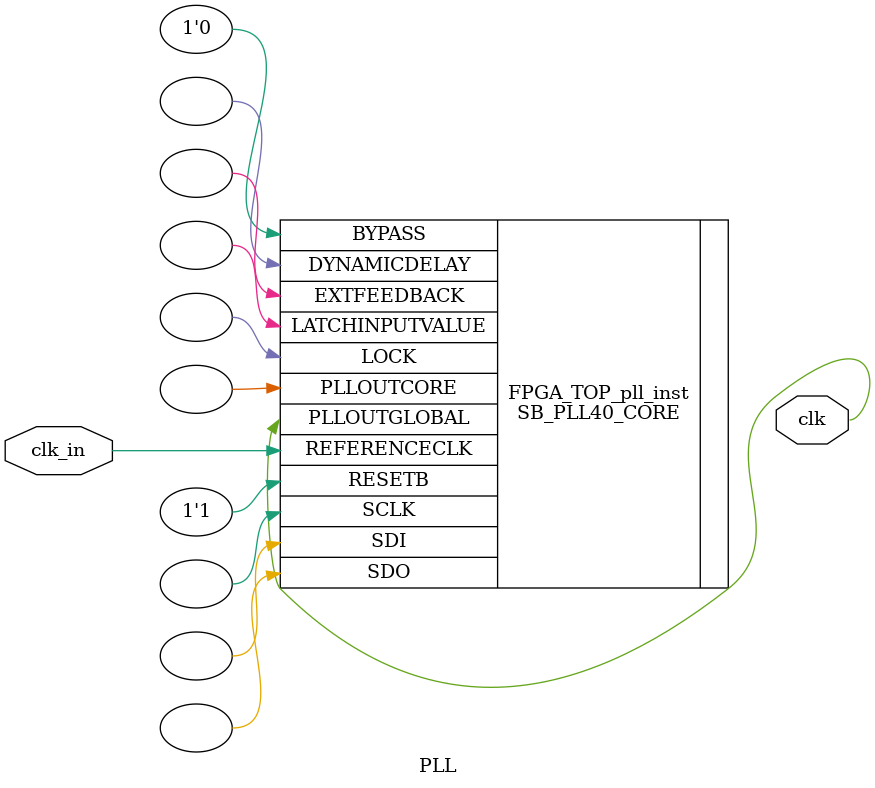
<source format=sv>

module PLL (
   //input c_sys_rst,
   input clk_in,
   output clk);

SB_PLL40_CORE FPGA_TOP_pll_inst(.REFERENCECLK(clk_in),
                                .PLLOUTCORE(), //PLLOUTCORE),
                                .PLLOUTGLOBAL(clk), //PLLOUTGLOBAL),
                                .EXTFEEDBACK(),
                                .DYNAMICDELAY(),
                                .RESETB(1'b1),
                                .BYPASS(1'b0),
                                .LATCHINPUTVALUE(),
                                .LOCK(),
                                .SDI(),
                                .SDO(),
                                .SCLK());

//\\ Fin=16, Fout=114;
defparam FPGA_TOP_pll_inst.DIVR = 4'b0000;
defparam FPGA_TOP_pll_inst.DIVF = 7'b0111000;
defparam FPGA_TOP_pll_inst.DIVQ = 3'b011;
defparam FPGA_TOP_pll_inst.FILTER_RANGE = 3'b001;
defparam FPGA_TOP_pll_inst.FEEDBACK_PATH = "SIMPLE";
defparam FPGA_TOP_pll_inst.DELAY_ADJUSTMENT_MODE_FEEDBACK = "FIXED";
defparam FPGA_TOP_pll_inst.FDA_FEEDBACK = 4'b0000;
defparam FPGA_TOP_pll_inst.DELAY_ADJUSTMENT_MODE_RELATIVE = "FIXED";
defparam FPGA_TOP_pll_inst.FDA_RELATIVE = 4'b0000;
defparam FPGA_TOP_pll_inst.SHIFTREG_DIV_MODE = 2'b00;
defparam FPGA_TOP_pll_inst.PLLOUT_SELECT = "GENCLK";
defparam FPGA_TOP_pll_inst.ENABLE_ICEGATE = 1'b0;

endmodule
</source>
